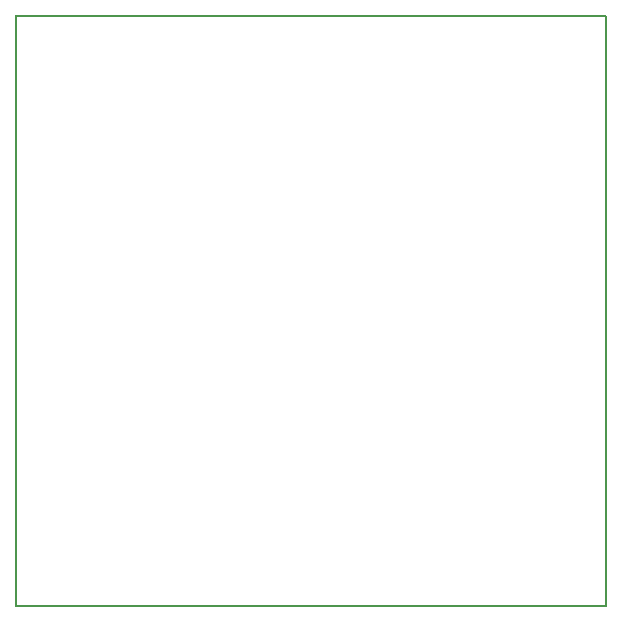
<source format=gbr>
G04 #@! TF.FileFunction,Other,User*
%FSLAX46Y46*%
G04 Gerber Fmt 4.6, Leading zero omitted, Abs format (unit mm)*
G04 Created by KiCad (PCBNEW 4.0.2+dfsg1-stable) date Wed 06 Sep 2017 09:12:25 PM CST*
%MOMM*%
G01*
G04 APERTURE LIST*
%ADD10C,0.100000*%
%ADD11C,0.150000*%
G04 APERTURE END LIST*
D10*
D11*
X75000000Y-74968000D02*
X75000000Y-124968000D01*
X75000000Y-125000000D02*
X125000000Y-125000000D01*
X125000000Y-75000000D02*
X125000000Y-125000000D01*
X75000000Y-75000000D02*
X125000000Y-75000000D01*
M02*

</source>
